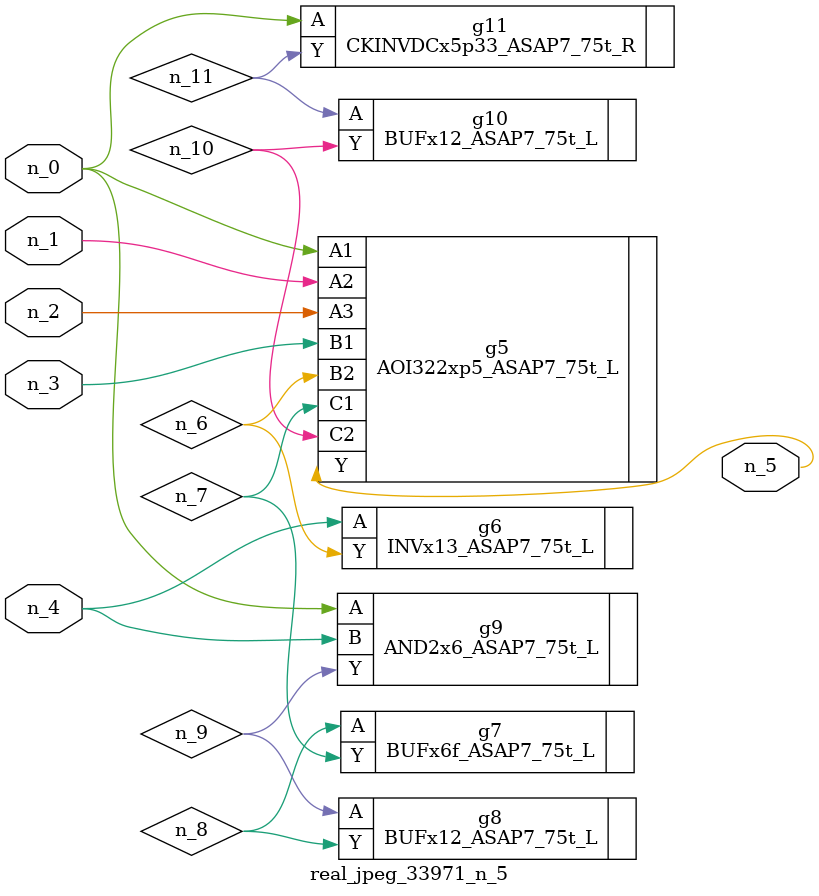
<source format=v>
module real_jpeg_33971_n_5 (n_4, n_0, n_1, n_2, n_3, n_5);

input n_4;
input n_0;
input n_1;
input n_2;
input n_3;

output n_5;

wire n_8;
wire n_11;
wire n_6;
wire n_7;
wire n_10;
wire n_9;

AOI322xp5_ASAP7_75t_L g5 ( 
.A1(n_0),
.A2(n_1),
.A3(n_2),
.B1(n_3),
.B2(n_6),
.C1(n_7),
.C2(n_10),
.Y(n_5)
);

AND2x6_ASAP7_75t_L g9 ( 
.A(n_0),
.B(n_4),
.Y(n_9)
);

CKINVDCx5p33_ASAP7_75t_R g11 ( 
.A(n_0),
.Y(n_11)
);

INVx13_ASAP7_75t_L g6 ( 
.A(n_4),
.Y(n_6)
);

BUFx6f_ASAP7_75t_L g7 ( 
.A(n_8),
.Y(n_7)
);

BUFx12_ASAP7_75t_L g8 ( 
.A(n_9),
.Y(n_8)
);

BUFx12_ASAP7_75t_L g10 ( 
.A(n_11),
.Y(n_10)
);


endmodule
</source>
